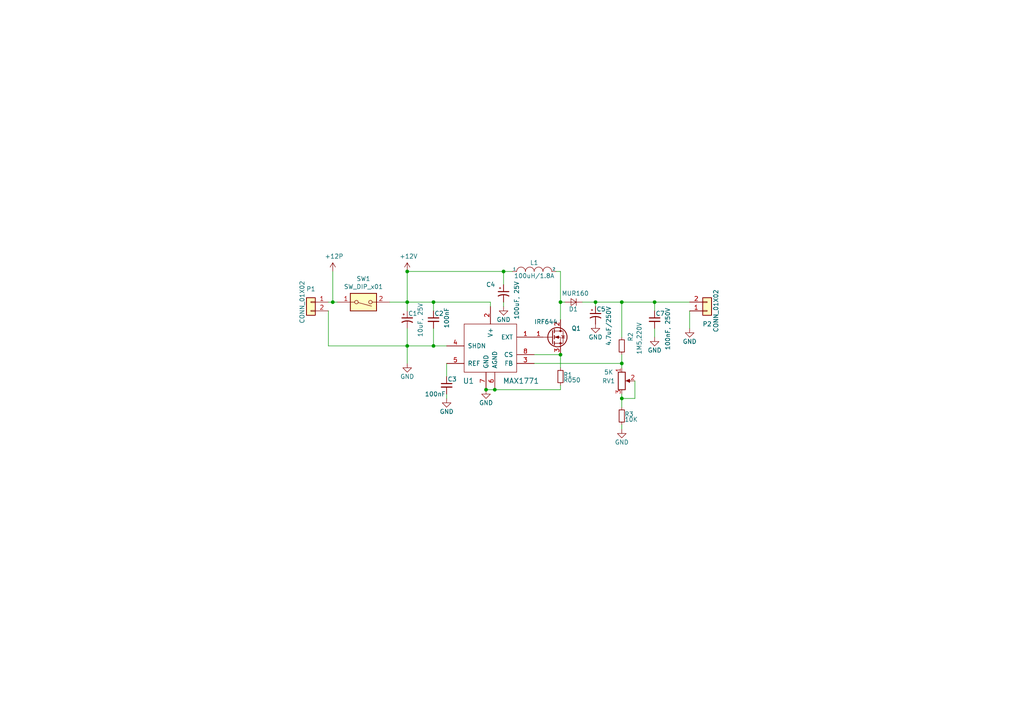
<source format=kicad_sch>
(kicad_sch (version 20211123) (generator eeschema)
  (paper "A4")
  (lib_symbols
    (symbol "Device:Q_NMOS_GDS" (pin_names (offset 0) hide)
      (property "Reference" "Q" (at 5.08 1.27 0))
      (property "Value" "Q_NMOS_GDS" (at 5.08 -1.27 0))
      (symbol "Q_NMOS_GDS_0_1"
        (polyline (pts (xy 0.254 0) (xy -2.54 0)))
        (polyline (pts (xy 0.254 1.905) (xy 0.254 -1.905)) (stroke (width 0.254)))
        (polyline (pts (xy 0.762 -1.27) (xy 0.762 -2.286)) (stroke (width 0.254)))
        (polyline (pts (xy 0.762 0.508) (xy 0.762 -0.508)) (stroke (width 0.254)))
        (polyline (pts (xy 0.762 2.286) (xy 0.762 1.27)) (stroke (width 0.254)))
        (polyline (pts (xy 2.54 2.54) (xy 2.54 1.778)))
        (polyline (pts (xy 2.54 -2.54) (xy 2.54 0) (xy 0.762 0)))
        (polyline (pts (xy 0.762 -1.778) (xy 3.302 -1.778) (xy 3.302 1.778) (xy 0.762 1.778)))
        (polyline (pts (xy 1.016 0) (xy 2.032 0.381) (xy 2.032 -0.381) (xy 1.016 0)) (fill (type outline)))
        (polyline (pts (xy 2.794 0.508) (xy 2.921 0.381) (xy 3.683 0.381) (xy 3.81 0.254)))
        (polyline (pts (xy 3.302 0.381) (xy 2.921 -0.254) (xy 3.683 -0.254) (xy 3.302 0.381)))
        (circle (center 1.651 0) (radius 2.794) (stroke (width 0.254)))
        (circle (center 2.54 -1.778) (radius 0.254) (fill (type outline)))
        (circle (center 2.54 1.778) (radius 0.254) (fill (type outline)))
      )
      (symbol "Q_NMOS_GDS_1_1"
        (pin input line (at -5.08 0 0) (length 2.54) (name "G") (number "1"))
        (pin passive line (at 2.54 5.08 270) (length 2.54) (name "D") (number "2"))
        (pin passive line (at 2.54 -5.08 90) (length 2.54) (name "S") (number "3"))
      )
    )
    (symbol "nixie_control_board-rescue:+12P-power" (power) (pin_names (offset 0))
      (property "Value" "+12P-power" (at 0 3.556 0))
      (symbol "+12P-power_0_1"
        (polyline (pts (xy -0.762 1.27) (xy 0 2.54)))
        (polyline (pts (xy 0 0) (xy 0 2.54)))
        (polyline (pts (xy 0 2.54) (xy 0.762 1.27)))
      )
      (symbol "+12P-power_1_1"
        (pin power_in line (at 0 0 90) (length 0) hide (name "+12P") (number "1"))
      )
    )
    (symbol "nixie_control_board-rescue:+12V-power" (power) (pin_names (offset 0))
      (property "Value" "+12V-power" (at 0 3.556 0))
      (symbol "+12V-power_0_1"
        (polyline (pts (xy -0.762 1.27) (xy 0 2.54)))
        (polyline (pts (xy 0 0) (xy 0 2.54)))
        (polyline (pts (xy 0 2.54) (xy 0.762 1.27)))
      )
      (symbol "+12V-power_1_1"
        (pin power_in line (at 0 0 90) (length 0) hide (name "+12V") (number "1"))
      )
    )
    (symbol "nixie_control_board-rescue:CP1_Small-device" (pin_numbers hide) (pin_names (offset 0.254) hide)
      (property "Reference" "C" (at 0.254 1.778 0))
      (property "Value" "CP1_Small-device" (at 0.254 -2.032 0))
      (symbol "CP1_Small-device_0_1"
        (polyline (pts (xy -1.524 0.508) (xy 1.524 0.508)) (stroke (width 0.3048)))
        (polyline (pts (xy -1.27 1.524) (xy -0.762 1.524)))
        (polyline (pts (xy -1.016 1.27) (xy -1.016 1.778)))
        (arc (start 1.524 -0.762) (mid 0 -0.3734) (end -1.524 -0.762) (stroke (width 0.3048)))
      )
      (symbol "CP1_Small-device_1_1"
        (pin passive line (at 0 2.54 270) (length 2.032) (name "~") (number "1"))
        (pin passive line (at 0 -2.54 90) (length 2.032) (name "~") (number "2"))
      )
    )
    (symbol "nixie_control_board-rescue:C_Small-device" (pin_numbers hide) (pin_names (offset 0.254) hide)
      (property "Reference" "C" (at 0.254 1.778 0))
      (property "Value" "C_Small-device" (at 0.254 -2.032 0))
      (symbol "C_Small-device_0_1"
        (polyline (pts (xy -1.524 -0.508) (xy 1.524 -0.508)) (stroke (width 0.3302)))
        (polyline (pts (xy -1.524 0.508) (xy 1.524 0.508)) (stroke (width 0.3048)))
      )
      (symbol "C_Small-device_1_1"
        (pin passive line (at 0 2.54 270) (length 2.032) (name "~") (number "1"))
        (pin passive line (at 0 -2.54 90) (length 2.032) (name "~") (number "2"))
      )
    )
    (symbol "nixie_control_board-rescue:Conn_01x02-conn" (pin_names (offset 1.016) hide)
      (property "Reference" "J" (at 0 2.54 0))
      (property "Value" "Conn_01x02-conn" (at 0 -5.08 0))
      (symbol "Conn_01x02-conn_1_1"
        (rectangle (start -1.27 -2.413) (end 0 -2.667) (stroke (width 0.1524)))
        (rectangle (start -1.27 0.127) (end 0 -0.127) (stroke (width 0.1524)))
        (rectangle (start -1.27 1.27) (end 1.27 -3.81) (stroke (width 0.254)) (fill (type background)))
        (pin passive line (at -5.08 0 0) (length 3.81) (name "Pin_1") (number "1"))
        (pin passive line (at -5.08 -2.54 0) (length 3.81) (name "Pin_2") (number "2"))
      )
    )
    (symbol "nixie_control_board-rescue:D_Small-device" (pin_numbers hide) (pin_names (offset 0.254) hide)
      (property "Reference" "D" (at -1.27 2.032 0))
      (property "Value" "D_Small-device" (at -3.81 -2.032 0))
      (symbol "D_Small-device_0_1"
        (polyline (pts (xy -0.762 -1.016) (xy -0.762 1.016)))
        (polyline (pts (xy -0.762 0) (xy 0.762 0)))
        (polyline (pts (xy 0.762 -1.016) (xy -0.762 0) (xy 0.762 1.016) (xy 0.762 -1.016)))
      )
      (symbol "D_Small-device_1_1"
        (pin passive line (at -2.54 0 0) (length 1.778) (name "K") (number "1"))
        (pin passive line (at 2.54 0 180) (length 1.778) (name "A") (number "2"))
      )
    )
    (symbol "nixie_control_board-rescue:GND-power" (power) (pin_names (offset 0))
      (property "Value" "GND-power" (at 0 -3.81 0))
      (symbol "GND-power_0_1"
        (polyline (pts (xy 0 0) (xy 0 -1.27) (xy 1.27 -1.27) (xy 0 -2.54) (xy -1.27 -1.27) (xy 0 -1.27)))
      )
      (symbol "GND-power_1_1"
        (pin power_in line (at 0 0 270) (length 0) hide (name "GND") (number "1"))
      )
    )
    (symbol "nixie_control_board-rescue:INDUCTOR-pspice" (pin_numbers hide) (pin_names (offset 0))
      (property "Reference" "L" (at 0 2.54 0))
      (property "Value" "INDUCTOR-pspice" (at 0 -1.27 0))
      (symbol "INDUCTOR-pspice_0_1"
        (arc (start -2.54 0) (mid -3.81 1.27) (end -5.08 0))
        (arc (start 0 0) (mid -1.27 1.27) (end -2.54 0))
        (arc (start 2.54 0) (mid 1.27 1.27) (end 0 0))
        (arc (start 5.08 0) (mid 3.81 1.27) (end 2.54 0))
      )
      (symbol "INDUCTOR-pspice_1_1"
        (pin input line (at -6.35 0 0) (length 1.27) (name "1") (number "1"))
        (pin input line (at 6.35 0 180) (length 1.27) (name "2") (number "2"))
      )
    )
    (symbol "nixie_control_board-rescue:MAX1771-keyboard" (pin_names (offset 1.016))
      (property "Reference" "U" (at -6.35 -10.16 0))
      (property "Value" "MAX1771-keyboard" (at -10.16 8.89 0))
      (symbol "MAX1771-keyboard_0_1"
        (rectangle (start 7.62 6.35) (end -7.62 -7.62))
      )
      (symbol "MAX1771-keyboard_1_1"
        (pin input line (at 12.7 2.54 180) (length 5.08) (name "EXT") (number "1"))
        (pin input line (at 0 11.43 270) (length 5.08) (name "V+") (number "2"))
        (pin input line (at 12.7 -5.08 180) (length 5.08) (name "FB") (number "3"))
        (pin input line (at -12.7 0 0) (length 5.08) (name "SHDN") (number "4"))
        (pin input line (at -12.7 -5.08 0) (length 5.08) (name "REF") (number "5"))
        (pin input line (at 1.27 -12.7 90) (length 5.08) (name "AGND") (number "6"))
        (pin input line (at -1.27 -12.7 90) (length 5.08) (name "GND") (number "7"))
        (pin input line (at 12.7 -2.54 180) (length 5.08) (name "CS") (number "8"))
      )
    )
    (symbol "nixie_control_board-rescue:POT-device" (pin_names (offset 1.016) hide)
      (property "Reference" "RV" (at -4.445 0 90))
      (property "Value" "POT-device" (at -2.54 0 90))
      (symbol "POT-device_0_1"
        (polyline (pts (xy 2.54 0) (xy 1.524 0)))
        (polyline (pts (xy 1.143 0) (xy 2.286 0.508) (xy 2.286 -0.508)) (fill (type outline)))
        (rectangle (start 1.016 2.54) (end -1.016 -2.54) (stroke (width 0.254)))
      )
      (symbol "POT-device_1_1"
        (pin passive line (at 0 3.81 270) (length 1.27) (name "1") (number "1"))
        (pin passive line (at 3.81 0 180) (length 1.27) (name "2") (number "2"))
        (pin passive line (at 0 -3.81 90) (length 1.27) (name "3") (number "3"))
      )
    )
    (symbol "nixie_control_board-rescue:R_Small-device" (pin_numbers hide) (pin_names (offset 0.254) hide)
      (property "Reference" "R" (at 0.762 0.508 0))
      (property "Value" "R_Small-device" (at 0.762 -1.016 0))
      (symbol "R_Small-device_0_1"
        (rectangle (start -0.762 1.778) (end 0.762 -1.778) (stroke (width 0.2032)))
      )
      (symbol "R_Small-device_1_1"
        (pin passive line (at 0 2.54 270) (length 0.762) (name "~") (number "1"))
        (pin passive line (at 0 -2.54 90) (length 0.762) (name "~") (number "2"))
      )
    )
    (symbol "nixie_control_board-rescue:SW_DIP_x01-switches" (pin_names (offset 0) hide)
      (property "Reference" "SW" (at 0 3.81 0))
      (property "Value" "SW_DIP_x01-switches" (at 0 -3.81 0))
      (symbol "SW_DIP_x01-switches_0_0"
        (circle (center -2.032 0) (radius 0.508))
        (polyline (pts (xy -1.524 0.127) (xy 2.3622 1.1684)))
        (circle (center 2.032 0) (radius 0.508))
      )
      (symbol "SW_DIP_x01-switches_0_1"
        (rectangle (start -3.81 2.54) (end 3.81 -2.54) (stroke (width 0.254)) (fill (type background)))
      )
      (symbol "SW_DIP_x01-switches_1_1"
        (pin passive line (at -7.62 0 0) (length 5.08) (name "~") (number "1"))
        (pin passive line (at 7.62 0 180) (length 5.08) (name "~") (number "2"))
      )
    )
  )
  (junction (at 180.34 87.63))
  (junction (at 125.73 100.33))
  (junction (at 172.72 87.63))
  (junction (at 96.52 87.63))
  (junction (at 189.865 87.63))
  (junction (at 146.05 78.74))
  (junction (at 125.73 87.63))
  (junction (at 180.34 105.41))
  (junction (at 162.56 102.87))
  (junction (at 118.11 78.74))
  (junction (at 118.11 100.33))
  (junction (at 118.11 87.63))
  (junction (at 162.56 87.63))
  (junction (at 140.97 113.03))
  (junction (at 143.51 113.03))
  (junction (at 180.34 115.57))
  (wire (pts (xy 95.25 90.17) (xy 95.25 100.33)))
  (wire (pts (xy 162.56 102.87) (xy 162.56 106.68)))
  (wire (pts (xy 96.52 78.74) (xy 96.52 87.63)))
  (wire (pts (xy 125.73 87.63) (xy 142.24 87.63)))
  (wire (pts (xy 161.29 78.74) (xy 162.56 78.74)))
  (wire (pts (xy 118.11 100.33) (xy 125.73 100.33)))
  (wire (pts (xy 146.05 78.74) (xy 148.59 78.74)))
  (wire (pts (xy 154.94 102.87) (xy 162.56 102.87)))
  (wire (pts (xy 146.05 82.55) (xy 146.05 78.74)))
  (wire (pts (xy 125.73 95.25) (xy 125.73 100.33)))
  (wire (pts (xy 180.34 87.63) (xy 189.865 87.63)))
  (wire (pts (xy 129.54 109.22) (xy 129.54 105.41)))
  (wire (pts (xy 184.15 110.49) (xy 184.15 115.57)))
  (wire (pts (xy 189.865 87.63) (xy 200.025 87.63)))
  (wire (pts (xy 118.11 87.63) (xy 118.11 90.17)))
  (wire (pts (xy 168.91 87.63) (xy 172.72 87.63)))
  (wire (pts (xy 96.52 87.63) (xy 97.79 87.63)))
  (wire (pts (xy 180.34 115.57) (xy 180.34 118.11)))
  (wire (pts (xy 163.83 87.63) (xy 162.56 87.63)))
  (wire (pts (xy 180.34 114.3) (xy 180.34 115.57)))
  (wire (pts (xy 180.34 102.87) (xy 180.34 105.41)))
  (wire (pts (xy 189.865 95.25) (xy 189.865 97.79)))
  (wire (pts (xy 162.56 78.74) (xy 162.56 87.63)))
  (wire (pts (xy 95.25 100.33) (xy 118.11 100.33)))
  (wire (pts (xy 95.25 87.63) (xy 96.52 87.63)))
  (wire (pts (xy 180.34 124.46) (xy 180.34 123.19)))
  (wire (pts (xy 162.56 87.63) (xy 162.56 92.71)))
  (wire (pts (xy 172.72 87.63) (xy 180.34 87.63)))
  (wire (pts (xy 172.72 88.9) (xy 172.72 87.63)))
  (wire (pts (xy 118.11 95.25) (xy 118.11 100.33)))
  (wire (pts (xy 189.865 87.63) (xy 189.865 90.17)))
  (wire (pts (xy 118.11 100.33) (xy 118.11 105.41)))
  (wire (pts (xy 140.97 113.03) (xy 143.51 113.03)))
  (wire (pts (xy 129.54 115.57) (xy 129.54 114.3)))
  (wire (pts (xy 125.73 100.33) (xy 129.54 100.33)))
  (wire (pts (xy 162.56 113.03) (xy 162.56 111.76)))
  (wire (pts (xy 184.15 115.57) (xy 180.34 115.57)))
  (wire (pts (xy 154.94 105.41) (xy 180.34 105.41)))
  (wire (pts (xy 113.03 87.63) (xy 118.11 87.63)))
  (wire (pts (xy 180.34 105.41) (xy 180.34 106.68)))
  (wire (pts (xy 143.51 113.03) (xy 162.56 113.03)))
  (wire (pts (xy 146.05 88.9) (xy 146.05 87.63)))
  (wire (pts (xy 118.11 78.74) (xy 146.05 78.74)))
  (wire (pts (xy 200.025 90.17) (xy 200.025 95.25)))
  (wire (pts (xy 118.11 78.74) (xy 118.11 87.63)))
  (wire (pts (xy 125.73 90.17) (xy 125.73 87.63)))
  (wire (pts (xy 142.24 87.63) (xy 142.24 88.9)))
  (wire (pts (xy 180.34 87.63) (xy 180.34 97.79)))
  (wire (pts (xy 118.11 87.63) (xy 125.73 87.63)))
  (symbol (lib_id "nixie_control_board-rescue:SW_DIP_x01-switches") (at 105.41 87.63 0) (mirror x) (unit 1)
    (property "Reference" "SW1" (at 105.41 80.8482 0))
    (property "Value" "SW_DIP_x01" (at 105.41 83.1596 0))
    (property "Footprint" "Connector_PinHeader_2.54mm:PinHeader_1x02_P2.54mm_Vertical" (effects hide))
  )
  (symbol (lib_id "nixie_control_board-rescue:CP1_Small-device") (at 118.11 92.71 0) (unit 1)
    (property "Reference" "C1" (at 118.364 90.932 0) (effects (justify left)))
    (property "Value" "10uF, 25V" (at 121.92 97.79 90) (effects (justify left)))
    (property "Footprint" "Capacitor_SMD:C_1210_3225Metric" (effects hide))
  )
  (symbol (lib_id "nixie_control_board-rescue:GND-power") (at 189.865 97.79 0) (unit 1)
    (property "Reference" "#PWR09" (effects hide))
    (property "Value" "GND" (at 189.865 101.6 0))
  )
  (symbol (lib_id "nixie_control_board-rescue:MAX1771-keyboard") (at 142.24 100.33 0) (unit 1)
    (property "Reference" "U1" (at 135.89 110.49 0) (effects (font (size 1.524 1.524))))
    (property "Value" "MAX1771" (at 151.13 110.49 0) (effects (font (size 1.524 1.524))))
    (property "Footprint" "Package_SO:SOP-8_3.9x4.9mm_P1.27mm" (effects hide))
  )
  (symbol (lib_id "nixie_control_board-rescue:R_Small-device") (at 180.34 100.33 0) (unit 1)
    (property "Reference" "R2" (at 182.88 99.06 90) (effects (justify left)))
    (property "Value" "1M5,220V" (at 185.42 102.87 90) (effects (justify left)))
    (property "Footprint" "Resistor_SMD:R_2512_6332Metric" (effects hide))
  )
  (symbol (lib_id "nixie_control_board-rescue:GND-power") (at 172.72 93.98 0) (unit 1)
    (property "Reference" "#PWR07" (effects hide))
    (property "Value" "GND" (at 172.72 97.79 0))
  )
  (symbol (lib_id "nixie_control_board-rescue:CP1_Small-device") (at 172.72 91.44 0) (unit 1)
    (property "Reference" "C5" (at 172.974 89.662 0) (effects (justify left)))
    (property "Value" "4.7uF/250V" (at 176.53 100.33 90) (effects (justify left)))
    (property "Footprint" "Capacitor_THT:CP_Radial_D8.0mm_P3.80mm" (effects hide))
  )
  (symbol (lib_id "nixie_control_board-rescue:INDUCTOR-pspice") (at 154.94 78.74 0) (unit 1)
    (property "Reference" "L1" (at 154.94 76.2 0))
    (property "Value" "100uH/1.8A" (at 154.94 80.01 0))
    (property "Footprint" "Inductor_SMD:L_12x12mm_H8mm" (effects hide))
  )
  (symbol (lib_id "Device:Q_NMOS_GDS") (at 160.02 97.79 0) (unit 1)
    (property "Reference" "Q1" (at 165.735 95.25 0) (effects (justify left)))
    (property "Value" "IRF644" (at 154.94 93.345 0) (effects (justify left)))
    (property "Footprint" "Package_TO_SOT_THT:TO-220-3_Horizontal_TabDown" (effects hide))
  )
  (symbol (lib_id "nixie_control_board-rescue:+12V-power") (at 118.11 78.74 0) (unit 1)
    (property "Reference" "#PWR02" (effects hide))
    (property "Value" "+12V-power" (at 118.491 74.3458 0))
  )
  (symbol (lib_id "nixie_control_board-rescue:GND-power") (at 146.05 88.9 0) (unit 1)
    (property "Reference" "#PWR06" (effects hide))
    (property "Value" "GND" (at 146.05 92.71 0))
  )
  (symbol (lib_id "nixie_control_board-rescue:Conn_01x02-conn") (at 90.17 87.63 0) (mirror y) (unit 1)
    (property "Reference" "P1" (at 90.17 83.82 0))
    (property "Value" "CONN_01X02" (at 87.63 87.63 90))
    (property "Footprint" "keyboard:Power_connectors_5mm" (effects hide))
  )
  (symbol (lib_id "nixie_control_board-rescue:GND-power") (at 200.025 95.25 0) (unit 1)
    (property "Reference" "#PWR010" (effects hide))
    (property "Value" "GND" (at 200.025 99.06 0))
  )
  (symbol (lib_id "nixie_control_board-rescue:R_Small-device") (at 162.56 109.22 0) (unit 1)
    (property "Reference" "R1" (at 163.322 108.712 0) (effects (justify left)))
    (property "Value" "R050" (at 163.322 110.236 0) (effects (justify left)))
    (property "Footprint" "Resistor_SMD:R_2512_6332Metric" (effects hide))
  )
  (symbol (lib_id "nixie_control_board-rescue:C_Small-device") (at 189.865 92.71 0) (unit 1)
    (property "Reference" "C7" (at 190.119 90.932 0) (effects (justify left)))
    (property "Value" "100nF, 250V" (at 193.675 101.6 90) (effects (justify left)))
    (property "Footprint" "Capacitor_SMD:C_1206_3216Metric" (effects hide))
  )
  (symbol (lib_id "nixie_control_board-rescue:GND-power") (at 129.54 115.57 0) (unit 1)
    (property "Reference" "#PWR04" (effects hide))
    (property "Value" "GND" (at 129.54 119.38 0))
  )
  (symbol (lib_id "nixie_control_board-rescue:GND-power") (at 118.11 105.41 0) (unit 1)
    (property "Reference" "#PWR03" (effects hide))
    (property "Value" "GND" (at 118.11 109.22 0))
  )
  (symbol (lib_id "nixie_control_board-rescue:+12P-power") (at 96.52 78.74 0) (unit 1)
    (property "Reference" "#PWR01" (effects hide))
    (property "Value" "+12P-power" (at 96.901 74.3458 0))
  )
  (symbol (lib_id "nixie_control_board-rescue:C_Small-device") (at 129.54 111.76 0) (unit 1)
    (property "Reference" "C3" (at 129.794 109.982 0) (effects (justify left)))
    (property "Value" "100nF" (at 123.19 114.3 0) (effects (justify left)))
    (property "Footprint" "Capacitor_SMD:C_0805_2012Metric" (effects hide))
  )
  (symbol (lib_id "nixie_control_board-rescue:CP1_Small-device") (at 146.05 85.09 0) (unit 1)
    (property "Reference" "C4" (at 140.97 82.55 0) (effects (justify left)))
    (property "Value" "100uF, 25V" (at 149.86 92.71 90) (effects (justify left)))
    (property "Footprint" "Capacitor_Tantalum_SMD:CP_EIA-7343-15_Kemet-W" (effects hide))
  )
  (symbol (lib_id "nixie_control_board-rescue:D_Small-device") (at 166.37 87.63 180) (unit 1)
    (property "Reference" "D1" (at 167.64 89.662 0) (effects (justify left)))
    (property "Value" "MUR160" (at 170.815 85.09 0) (effects (justify left)))
    (property "Footprint" "Diodes_THT:Diode_DO-41_SOD81_Horizontal_RM10" (effects hide))
  )
  (symbol (lib_id "nixie_control_board-rescue:C_Small-device") (at 125.73 92.71 0) (unit 1)
    (property "Reference" "C2" (at 125.984 90.932 0) (effects (justify left)))
    (property "Value" "100nF" (at 129.54 95.25 90) (effects (justify left)))
    (property "Footprint" "Capacitor_SMD:C_0805_2012Metric" (effects hide))
  )
  (symbol (lib_id "nixie_control_board-rescue:POT-device") (at 180.34 110.49 0) (unit 1)
    (property "Reference" "RV1" (at 176.53 110.49 0))
    (property "Value" "5K" (at 176.53 107.95 0))
    (property "Footprint" "Potentiometer_SMD:Potentiometer_Trimmer-EVM3E" (effects hide))
  )
  (symbol (lib_id "nixie_control_board-rescue:Conn_01x02-conn") (at 205.105 90.17 0) (mirror x) (unit 1)
    (property "Reference" "P2" (at 205.105 93.98 0))
    (property "Value" "CONN_01X02" (at 207.645 90.17 90))
    (property "Footprint" "keyboard:Power_connectors_5mm" (effects hide))
  )
  (symbol (lib_id "nixie_control_board-rescue:R_Small-device") (at 180.34 120.65 0) (unit 1)
    (property "Reference" "R3" (at 181.102 120.142 0) (effects (justify left)))
    (property "Value" "10K" (at 181.102 121.666 0) (effects (justify left)))
    (property "Footprint" "Resistor_SMD:R_0603_1608Metric" (effects hide))
  )
  (symbol (lib_id "nixie_control_board-rescue:GND-power") (at 140.97 113.03 0) (unit 1)
    (property "Reference" "#PWR05" (effects hide))
    (property "Value" "GND" (at 140.97 116.84 0))
  )
  (symbol (lib_id "nixie_control_board-rescue:GND-power") (at 180.34 124.46 0) (unit 1)
    (property "Reference" "#PWR08" (effects hide))
    (property "Value" "GND" (at 180.34 128.27 0))
  )
)
</source>
